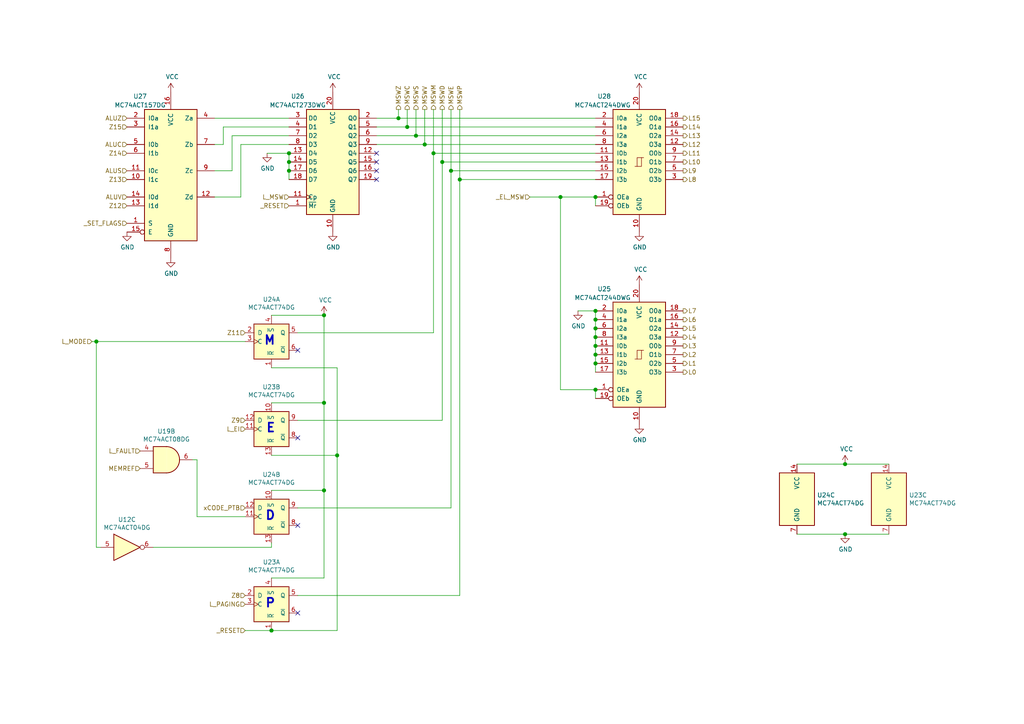
<source format=kicad_sch>
(kicad_sch (version 20200827) (generator eeschema)
  (page 7 7)
  (paper "A4")
  (lib_symbols
    (symbol "74xx:74LS04"
      (property "Reference" "U" (at 0 1.27 0))
      (property "Value" "74LS04" (at 0 -1.27 0))
      (symbol "74LS04_7_1"
        (rectangle (start -5.08 7.62) (end 5.08 -7.62) (stroke (width 0.254)) (fill (type background)))
      )
      (symbol "74LS04_1_0"
        (polyline (pts (xy -3.81 3.81) (xy -3.81 -3.81) (xy 3.81 0) (xy -3.81 3.81)) (stroke (width 0.254)) (fill (type background)))
        (pin input line (at -7.62 0 0) (length 3.81) (name "~") (number "1"))
        (pin output inverted (at 7.62 0 180) (length 3.81) (name "~") (number "2"))
      )
      (symbol "74LS04_2_0"
        (polyline (pts (xy -3.81 3.81) (xy -3.81 -3.81) (xy 3.81 0) (xy -3.81 3.81)) (stroke (width 0.254)) (fill (type background)))
        (pin input line (at -7.62 0 0) (length 3.81) (name "~") (number "3"))
        (pin output inverted (at 7.62 0 180) (length 3.81) (name "~") (number "4"))
      )
      (symbol "74LS04_3_0"
        (polyline (pts (xy -3.81 3.81) (xy -3.81 -3.81) (xy 3.81 0) (xy -3.81 3.81)) (stroke (width 0.254)) (fill (type background)))
        (pin input line (at -7.62 0 0) (length 3.81) (name "~") (number "5"))
        (pin output inverted (at 7.62 0 180) (length 3.81) (name "~") (number "6"))
      )
      (symbol "74LS04_4_0"
        (polyline (pts (xy -3.81 3.81) (xy -3.81 -3.81) (xy 3.81 0) (xy -3.81 3.81)) (stroke (width 0.254)) (fill (type background)))
        (pin output inverted (at 7.62 0 180) (length 3.81) (name "~") (number "8"))
        (pin input line (at -7.62 0 0) (length 3.81) (name "~") (number "9"))
      )
      (symbol "74LS04_5_0"
        (polyline (pts (xy -3.81 3.81) (xy -3.81 -3.81) (xy 3.81 0) (xy -3.81 3.81)) (stroke (width 0.254)) (fill (type background)))
        (pin output inverted (at 7.62 0 180) (length 3.81) (name "~") (number "10"))
        (pin input line (at -7.62 0 0) (length 3.81) (name "~") (number "11"))
      )
      (symbol "74LS04_6_0"
        (polyline (pts (xy -3.81 3.81) (xy -3.81 -3.81) (xy 3.81 0) (xy -3.81 3.81)) (stroke (width 0.254)) (fill (type background)))
        (pin output inverted (at 7.62 0 180) (length 3.81) (name "~") (number "12"))
        (pin input line (at -7.62 0 0) (length 3.81) (name "~") (number "13"))
      )
      (symbol "74LS04_7_0"
        (pin power_in line (at 0 12.7 270) (length 5.08) (name "VCC") (number "14"))
        (pin power_in line (at 0 -12.7 90) (length 5.08) (name "GND") (number "7"))
      )
    )
    (symbol "74xx:74LS08" (pin_names (offset 1.016))
      (property "Reference" "U" (at 0 1.27 0))
      (property "Value" "74LS08" (at 0 -1.27 0))
      (symbol "74LS08_1_1"
        (arc (start 0 -3.81) (end 0 3.81) (radius (at 0 0) (length 3.81) (angles -89.9 89.9)) (stroke (width 0.254)) (fill (type background)))
        (polyline (pts (xy 0 3.81) (xy -3.81 3.81) (xy -3.81 -3.81) (xy 0 -3.81)) (stroke (width 0.254)) (fill (type background)))
        (pin input line (at -7.62 2.54 0) (length 3.81) (name "~") (number "1"))
        (pin input line (at -7.62 -2.54 0) (length 3.81) (name "~") (number "2"))
        (pin output line (at 7.62 0 180) (length 3.81) (name "~") (number "3"))
      )
      (symbol "74LS08_2_1"
        (arc (start 0 -3.81) (end 0 3.81) (radius (at 0 0) (length 3.81) (angles -89.9 89.9)) (stroke (width 0.254)) (fill (type background)))
        (polyline (pts (xy 0 3.81) (xy -3.81 3.81) (xy -3.81 -3.81) (xy 0 -3.81)) (stroke (width 0.254)) (fill (type background)))
        (pin input line (at -7.62 2.54 0) (length 3.81) (name "~") (number "4"))
        (pin input line (at -7.62 -2.54 0) (length 3.81) (name "~") (number "5"))
        (pin output line (at 7.62 0 180) (length 3.81) (name "~") (number "6"))
      )
      (symbol "74LS08_3_1"
        (arc (start 0 -3.81) (end 0 3.81) (radius (at 0 0) (length 3.81) (angles -89.9 89.9)) (stroke (width 0.254)) (fill (type background)))
        (polyline (pts (xy 0 3.81) (xy -3.81 3.81) (xy -3.81 -3.81) (xy 0 -3.81)) (stroke (width 0.254)) (fill (type background)))
        (pin input line (at -7.62 -2.54 0) (length 3.81) (name "~") (number "10"))
        (pin output line (at 7.62 0 180) (length 3.81) (name "~") (number "8"))
        (pin input line (at -7.62 2.54 0) (length 3.81) (name "~") (number "9"))
      )
      (symbol "74LS08_4_1"
        (arc (start 0 -3.81) (end 0 3.81) (radius (at 0 0) (length 3.81) (angles -89.9 89.9)) (stroke (width 0.254)) (fill (type background)))
        (polyline (pts (xy 0 3.81) (xy -3.81 3.81) (xy -3.81 -3.81) (xy 0 -3.81)) (stroke (width 0.254)) (fill (type background)))
        (pin output line (at 7.62 0 180) (length 3.81) (name "~") (number "11"))
        (pin input line (at -7.62 2.54 0) (length 3.81) (name "~") (number "12"))
        (pin input line (at -7.62 -2.54 0) (length 3.81) (name "~") (number "13"))
      )
      (symbol "74LS08_1_2"
        (arc (start -3.81 3.81) (end -3.81 -3.81) (radius (at -9.144 0) (length 6.5532) (angles 35.4 -35.4)) (stroke (width 0.254)))
        (arc (start 3.81 0) (end -0.6096 3.81) (radius (at -1.1938 -1.3208) (length 5.1816) (angles 15 83.7)) (stroke (width 0.254)) (fill (type background)))
        (arc (start 3.81 0) (end -0.6096 -3.81) (radius (at -1.1938 1.3208) (length 5.1816) (angles -15 -83.7)) (stroke (width 0.254)) (fill (type background)))
        (polyline (pts (xy -3.81 -3.81) (xy -0.635 -3.81)) (stroke (width 0.254)) (fill (type background)))
        (polyline (pts (xy -3.81 3.81) (xy -0.635 3.81)) (stroke (width 0.254)) (fill (type background)))
        (polyline (pts (xy -0.635 3.81) (xy -3.81 3.81) (xy -3.81 3.81) (xy -3.556 3.4036) (xy -3.0226 2.2606) (xy -2.6924 1.0414) (xy -2.6162 -0.254) (xy -2.7686 -1.4986) (xy -3.175 -2.7178) (xy -3.81 -3.81) (xy -3.81 -3.81) (xy -0.635 -3.81)) (stroke (width -25.4)) (fill (type background)))
        (pin input inverted (at -7.62 2.54 0) (length 4.318) (name "~") (number "1"))
        (pin input inverted (at -7.62 -2.54 0) (length 4.318) (name "~") (number "2"))
        (pin output inverted (at 7.62 0 180) (length 3.81) (name "~") (number "3"))
      )
      (symbol "74LS08_2_2"
        (arc (start -3.81 3.81) (end -3.81 -3.81) (radius (at -9.144 0) (length 6.5532) (angles 35.4 -35.4)) (stroke (width 0.254)))
        (arc (start 3.81 0) (end -0.6096 3.81) (radius (at -1.1938 -1.3208) (length 5.1816) (angles 15 83.7)) (stroke (width 0.254)) (fill (type background)))
        (arc (start 3.81 0) (end -0.6096 -3.81) (radius (at -1.1938 1.3208) (length 5.1816) (angles -15 -83.7)) (stroke (width 0.254)) (fill (type background)))
        (polyline (pts (xy -3.81 -3.81) (xy -0.635 -3.81)) (stroke (width 0.254)) (fill (type background)))
        (polyline (pts (xy -3.81 3.81) (xy -0.635 3.81)) (stroke (width 0.254)) (fill (type background)))
        (polyline (pts (xy -0.635 3.81) (xy -3.81 3.81) (xy -3.81 3.81) (xy -3.556 3.4036) (xy -3.0226 2.2606) (xy -2.6924 1.0414) (xy -2.6162 -0.254) (xy -2.7686 -1.4986) (xy -3.175 -2.7178) (xy -3.81 -3.81) (xy -3.81 -3.81) (xy -0.635 -3.81)) (stroke (width -25.4)) (fill (type background)))
        (pin input inverted (at -7.62 2.54 0) (length 4.318) (name "~") (number "4"))
        (pin input inverted (at -7.62 -2.54 0) (length 4.318) (name "~") (number "5"))
        (pin output inverted (at 7.62 0 180) (length 3.81) (name "~") (number "6"))
      )
      (symbol "74LS08_3_2"
        (arc (start -3.81 3.81) (end -3.81 -3.81) (radius (at -9.144 0) (length 6.5532) (angles 35.4 -35.4)) (stroke (width 0.254)))
        (arc (start 3.81 0) (end -0.6096 3.81) (radius (at -1.1938 -1.3208) (length 5.1816) (angles 15 83.7)) (stroke (width 0.254)) (fill (type background)))
        (arc (start 3.81 0) (end -0.6096 -3.81) (radius (at -1.1938 1.3208) (length 5.1816) (angles -15 -83.7)) (stroke (width 0.254)) (fill (type background)))
        (polyline (pts (xy -3.81 -3.81) (xy -0.635 -3.81)) (stroke (width 0.254)) (fill (type background)))
        (polyline (pts (xy -3.81 3.81) (xy -0.635 3.81)) (stroke (width 0.254)) (fill (type background)))
        (polyline (pts (xy -0.635 3.81) (xy -3.81 3.81) (xy -3.81 3.81) (xy -3.556 3.4036) (xy -3.0226 2.2606) (xy -2.6924 1.0414) (xy -2.6162 -0.254) (xy -2.7686 -1.4986) (xy -3.175 -2.7178) (xy -3.81 -3.81) (xy -3.81 -3.81) (xy -0.635 -3.81)) (stroke (width -25.4)) (fill (type background)))
        (pin input inverted (at -7.62 -2.54 0) (length 4.318) (name "~") (number "10"))
        (pin output inverted (at 7.62 0 180) (length 3.81) (name "~") (number "8"))
        (pin input inverted (at -7.62 2.54 0) (length 4.318) (name "~") (number "9"))
      )
      (symbol "74LS08_4_2"
        (arc (start -3.81 3.81) (end -3.81 -3.81) (radius (at -9.144 0) (length 6.5532) (angles 35.4 -35.4)) (stroke (width 0.254)))
        (arc (start 3.81 0) (end -0.6096 3.81) (radius (at -1.1938 -1.3208) (length 5.1816) (angles 15 83.7)) (stroke (width 0.254)) (fill (type background)))
        (arc (start 3.81 0) (end -0.6096 -3.81) (radius (at -1.1938 1.3208) (length 5.1816) (angles -15 -83.7)) (stroke (width 0.254)) (fill (type background)))
        (polyline (pts (xy -3.81 -3.81) (xy -0.635 -3.81)) (stroke (width 0.254)) (fill (type background)))
        (polyline (pts (xy -3.81 3.81) (xy -0.635 3.81)) (stroke (width 0.254)) (fill (type background)))
        (polyline (pts (xy -0.635 3.81) (xy -3.81 3.81) (xy -3.81 3.81) (xy -3.556 3.4036) (xy -3.0226 2.2606) (xy -2.6924 1.0414) (xy -2.6162 -0.254) (xy -2.7686 -1.4986) (xy -3.175 -2.7178) (xy -3.81 -3.81) (xy -3.81 -3.81) (xy -0.635 -3.81)) (stroke (width -25.4)) (fill (type background)))
        (pin output inverted (at 7.62 0 180) (length 3.81) (name "~") (number "11"))
        (pin input inverted (at -7.62 2.54 0) (length 4.318) (name "~") (number "12"))
        (pin input inverted (at -7.62 -2.54 0) (length 4.318) (name "~") (number "13"))
      )
      (symbol "74LS08_5_1"
        (rectangle (start -5.08 7.62) (end 5.08 -7.62) (stroke (width 0.254)) (fill (type background)))
      )
      (symbol "74LS08_5_0"
        (pin power_in line (at 0 12.7 270) (length 5.08) (name "VCC") (number "14"))
        (pin power_in line (at 0 -12.7 90) (length 5.08) (name "GND") (number "7"))
      )
    )
    (symbol "74xx:74LS157" (pin_names (offset 1.016))
      (property "Reference" "U" (at -7.62 19.05 0))
      (property "Value" "74LS157" (at -7.62 -21.59 0))
      (symbol "74LS157_1_1"
        (rectangle (start -7.62 17.78) (end 7.62 -20.32) (stroke (width 0.254)) (fill (type background)))
      )
      (symbol "74LS157_1_0"
        (pin input line (at -12.7 -15.24 0) (length 5.08) (name "S") (number "1"))
        (pin input line (at -12.7 -2.54 0) (length 5.08) (name "I1c") (number "10"))
        (pin input line (at -12.7 0 0) (length 5.08) (name "I0c") (number "11"))
        (pin output line (at 12.7 -7.62 180) (length 5.08) (name "Zd") (number "12"))
        (pin input line (at -12.7 -10.16 0) (length 5.08) (name "I1d") (number "13"))
        (pin input line (at -12.7 -7.62 0) (length 5.08) (name "I0d") (number "14"))
        (pin input inverted (at -12.7 -17.78 0) (length 5.08) (name "E") (number "15"))
        (pin power_in line (at 0 22.86 270) (length 5.08) (name "VCC") (number "16"))
        (pin input line (at -12.7 15.24 0) (length 5.08) (name "I0a") (number "2"))
        (pin input line (at -12.7 12.7 0) (length 5.08) (name "I1a") (number "3"))
        (pin output line (at 12.7 15.24 180) (length 5.08) (name "Za") (number "4"))
        (pin input line (at -12.7 7.62 0) (length 5.08) (name "I0b") (number "5"))
        (pin input line (at -12.7 5.08 0) (length 5.08) (name "I1b") (number "6"))
        (pin output line (at 12.7 7.62 180) (length 5.08) (name "Zb") (number "7"))
        (pin power_in line (at 0 -25.4 90) (length 5.08) (name "GND") (number "8"))
        (pin output line (at 12.7 0 180) (length 5.08) (name "Zc") (number "9"))
      )
    )
    (symbol "74xx:74LS244" (pin_names (offset 1.016))
      (property "Reference" "U" (at -7.62 16.51 0))
      (property "Value" "74LS244" (at -7.62 -16.51 0))
      (symbol "74LS244_1_1"
        (rectangle (start -7.62 15.24) (end 7.62 -15.24) (stroke (width 0.254)) (fill (type background)))
      )
      (symbol "74LS244_1_0"
        (polyline (pts (xy -0.635 -1.27) (xy -0.635 1.27) (xy 0.635 1.27)))
        (polyline (pts (xy -1.27 -1.27) (xy 0.635 -1.27) (xy 0.635 1.27) (xy 1.27 1.27)))
        (pin input inverted (at -12.7 -10.16 0) (length 5.08) (name "OEa") (number "1"))
        (pin power_in line (at 0 -20.32 90) (length 5.08) (name "GND") (number "10"))
        (pin input line (at -12.7 2.54 0) (length 5.08) (name "I0b") (number "11"))
        (pin tri_state line (at 12.7 5.08 180) (length 5.08) (name "O3a") (number "12"))
        (pin input line (at -12.7 0 0) (length 5.08) (name "I1b") (number "13"))
        (pin tri_state line (at 12.7 7.62 180) (length 5.08) (name "O2a") (number "14"))
        (pin input line (at -12.7 -2.54 0) (length 5.08) (name "I2b") (number "15"))
        (pin tri_state line (at 12.7 10.16 180) (length 5.08) (name "O1a") (number "16"))
        (pin input line (at -12.7 -5.08 0) (length 5.08) (name "I3b") (number "17"))
        (pin tri_state line (at 12.7 12.7 180) (length 5.08) (name "O0a") (number "18"))
        (pin input inverted (at -12.7 -12.7 0) (length 5.08) (name "OEb") (number "19"))
        (pin input line (at -12.7 12.7 0) (length 5.08) (name "I0a") (number "2"))
        (pin power_in line (at 0 20.32 270) (length 5.08) (name "VCC") (number "20"))
        (pin tri_state line (at 12.7 -5.08 180) (length 5.08) (name "O3b") (number "3"))
        (pin input line (at -12.7 10.16 0) (length 5.08) (name "I1a") (number "4"))
        (pin tri_state line (at 12.7 -2.54 180) (length 5.08) (name "O2b") (number "5"))
        (pin input line (at -12.7 7.62 0) (length 5.08) (name "I2a") (number "6"))
        (pin tri_state line (at 12.7 0 180) (length 5.08) (name "O1b") (number "7"))
        (pin input line (at -12.7 5.08 0) (length 5.08) (name "I3a") (number "8"))
        (pin tri_state line (at 12.7 2.54 180) (length 5.08) (name "O0b") (number "9"))
      )
    )
    (symbol "74xx:74LS273"
      (property "Reference" "U" (at -7.62 16.51 0))
      (property "Value" "74LS273" (at -7.62 -16.51 0))
      (symbol "74LS273_1_1"
        (rectangle (start -7.62 15.24) (end 7.62 -15.24) (stroke (width 0.254)) (fill (type background)))
      )
      (symbol "74LS273_1_0"
        (pin input line (at -12.7 -12.7 0) (length 5.08) (name "~Mr") (number "1"))
        (pin power_in line (at 0 -20.32 90) (length 5.08) (name "GND") (number "10"))
        (pin input clock (at -12.7 -10.16 0) (length 5.08) (name "Cp") (number "11"))
        (pin output line (at 12.7 2.54 180) (length 5.08) (name "Q4") (number "12"))
        (pin input line (at -12.7 2.54 0) (length 5.08) (name "D4") (number "13"))
        (pin input line (at -12.7 0 0) (length 5.08) (name "D5") (number "14"))
        (pin output line (at 12.7 0 180) (length 5.08) (name "Q5") (number "15"))
        (pin output line (at 12.7 -2.54 180) (length 5.08) (name "Q6") (number "16"))
        (pin input line (at -12.7 -2.54 0) (length 5.08) (name "D6") (number "17"))
        (pin input line (at -12.7 -5.08 0) (length 5.08) (name "D7") (number "18"))
        (pin output line (at 12.7 -5.08 180) (length 5.08) (name "Q7") (number "19"))
        (pin output line (at 12.7 12.7 180) (length 5.08) (name "Q0") (number "2"))
        (pin power_in line (at 0 20.32 270) (length 5.08) (name "VCC") (number "20"))
        (pin input line (at -12.7 12.7 0) (length 5.08) (name "D0") (number "3"))
        (pin input line (at -12.7 10.16 0) (length 5.08) (name "D1") (number "4"))
        (pin output line (at 12.7 10.16 180) (length 5.08) (name "Q1") (number "5"))
        (pin output line (at 12.7 7.62 180) (length 5.08) (name "Q2") (number "6"))
        (pin input line (at -12.7 7.62 0) (length 5.08) (name "D2") (number "7"))
        (pin input line (at -12.7 5.08 0) (length 5.08) (name "D3") (number "8"))
        (pin output line (at 12.7 5.08 180) (length 5.08) (name "Q3") (number "9"))
      )
    )
    (symbol "74xx:74LS74" (pin_names (offset 1.016))
      (property "Reference" "U" (at -7.62 8.89 0))
      (property "Value" "74LS74" (at -7.62 -8.89 0))
      (symbol "74LS74_1_1"
        (rectangle (start -5.08 5.08) (end 5.08 -5.08) (stroke (width 0.254)) (fill (type background)))
      )
      (symbol "74LS74_2_1"
        (rectangle (start -5.08 5.08) (end 5.08 -5.08) (stroke (width 0.254)) (fill (type background)))
      )
      (symbol "74LS74_3_1"
        (rectangle (start -5.08 7.62) (end 5.08 -7.62) (stroke (width 0.254)) (fill (type background)))
      )
      (symbol "74LS74_1_0"
        (pin input line (at 0 -7.62 90) (length 2.54) (name "~R") (number "1"))
        (pin input line (at -7.62 2.54 0) (length 2.54) (name "D") (number "2"))
        (pin input clock (at -7.62 0 0) (length 2.54) (name "C") (number "3"))
        (pin input line (at 0 7.62 270) (length 2.54) (name "~S") (number "4"))
        (pin output line (at 7.62 2.54 180) (length 2.54) (name "Q") (number "5"))
        (pin output line (at 7.62 -2.54 180) (length 2.54) (name "~Q") (number "6"))
      )
      (symbol "74LS74_2_0"
        (pin input line (at 0 7.62 270) (length 2.54) (name "~S") (number "10"))
        (pin input clock (at -7.62 0 0) (length 2.54) (name "C") (number "11"))
        (pin input line (at -7.62 2.54 0) (length 2.54) (name "D") (number "12"))
        (pin input line (at 0 -7.62 90) (length 2.54) (name "~R") (number "13"))
        (pin output line (at 7.62 -2.54 180) (length 2.54) (name "~Q") (number "8"))
        (pin output line (at 7.62 2.54 180) (length 2.54) (name "Q") (number "9"))
      )
      (symbol "74LS74_3_0"
        (pin power_in line (at 0 10.16 270) (length 2.54) (name "VCC") (number "14"))
        (pin power_in line (at 0 -10.16 90) (length 2.54) (name "GND") (number "7"))
      )
    )
    (symbol "power:GND" (power) (pin_names (offset 0))
      (property "Value" "GND" (at 0 -3.81 0))
      (symbol "GND_0_1"
        (polyline (pts (xy 0 0) (xy 0 -1.27) (xy 1.27 -1.27) (xy 0 -2.54) (xy -1.27 -1.27) (xy 0 -1.27)))
      )
      (symbol "GND_1_1"
        (pin power_in line (at 0 0 270) (length 0) hide (name "GND") (number "1"))
      )
    )
    (symbol "power:VCC" (power) (pin_names (offset 0))
      (property "Value" "VCC" (at 0 3.81 0))
      (symbol "VCC_0_1"
        (polyline (pts (xy -0.762 1.27) (xy 0 2.54)))
        (polyline (pts (xy 0 0) (xy 0 2.54)))
        (polyline (pts (xy 0 2.54) (xy 0.762 1.27)))
      )
      (symbol "VCC_1_1"
        (pin power_in line (at 0 0 90) (length 0) hide (name "VCC") (number "1"))
      )
    )
  )
  (junction (at 27.94 99.06) (diameter 1.016))
  (junction (at 78.74 182.88) (diameter 1.016))
  (junction (at 83.82 44.45) (diameter 1.016))
  (junction (at 83.82 46.99) (diameter 1.016))
  (junction (at 83.82 49.53) (diameter 1.016))
  (junction (at 93.98 91.44) (diameter 1.016))
  (junction (at 93.98 116.84) (diameter 1.016))
  (junction (at 93.98 142.24) (diameter 1.016))
  (junction (at 97.79 132.08) (diameter 1.016))
  (junction (at 115.57 34.29) (diameter 1.016))
  (junction (at 118.11 36.83) (diameter 1.016))
  (junction (at 120.65 39.37) (diameter 1.016))
  (junction (at 123.19 41.91) (diameter 1.016))
  (junction (at 125.73 44.45) (diameter 1.016))
  (junction (at 128.27 46.99) (diameter 1.016))
  (junction (at 130.81 49.53) (diameter 1.016))
  (junction (at 133.35 52.07) (diameter 1.016))
  (junction (at 162.56 57.15) (diameter 1.016))
  (junction (at 172.72 57.15) (diameter 1.016))
  (junction (at 172.72 90.17) (diameter 1.016))
  (junction (at 172.72 92.71) (diameter 1.016))
  (junction (at 172.72 95.25) (diameter 1.016))
  (junction (at 172.72 97.79) (diameter 1.016))
  (junction (at 172.72 100.33) (diameter 1.016))
  (junction (at 172.72 102.87) (diameter 1.016))
  (junction (at 172.72 105.41) (diameter 1.016))
  (junction (at 172.72 113.03) (diameter 1.016))
  (junction (at 245.11 134.62) (diameter 1.016))
  (junction (at 245.11 154.94) (diameter 1.016))
  (no_connect (at 86.36 127))
  (no_connect (at 109.22 44.45))
  (no_connect (at 109.22 52.07))
  (no_connect (at 109.22 49.53))
  (no_connect (at 86.36 101.6))
  (no_connect (at 86.36 177.8))
  (no_connect (at 109.22 46.99))
  (no_connect (at 86.36 152.4))
  (wire (pts (xy 27.94 99.06) (xy 26.67 99.06)))
  (wire (pts (xy 27.94 99.06) (xy 71.12 99.06)))
  (wire (pts (xy 27.94 158.75) (xy 27.94 99.06)))
  (wire (pts (xy 29.21 158.75) (xy 27.94 158.75)))
  (wire (pts (xy 44.45 158.75) (xy 78.74 158.75)))
  (wire (pts (xy 55.88 133.35) (xy 57.15 133.35)))
  (wire (pts (xy 57.15 133.35) (xy 57.15 149.86)))
  (wire (pts (xy 57.15 149.86) (xy 71.12 149.86)))
  (wire (pts (xy 62.23 34.29) (xy 83.82 34.29)))
  (wire (pts (xy 62.23 41.91) (xy 64.77 41.91)))
  (wire (pts (xy 62.23 49.53) (xy 67.31 49.53)))
  (wire (pts (xy 62.23 57.15) (xy 69.85 57.15)))
  (wire (pts (xy 64.77 36.83) (xy 83.82 36.83)))
  (wire (pts (xy 64.77 41.91) (xy 64.77 36.83)))
  (wire (pts (xy 67.31 39.37) (xy 83.82 39.37)))
  (wire (pts (xy 67.31 49.53) (xy 67.31 39.37)))
  (wire (pts (xy 69.85 41.91) (xy 69.85 57.15)))
  (wire (pts (xy 69.85 41.91) (xy 83.82 41.91)))
  (wire (pts (xy 78.74 91.44) (xy 93.98 91.44)))
  (wire (pts (xy 78.74 106.68) (xy 97.79 106.68)))
  (wire (pts (xy 78.74 158.75) (xy 78.74 157.48)))
  (wire (pts (xy 78.74 182.88) (xy 71.12 182.88)))
  (wire (pts (xy 83.82 44.45) (xy 77.47 44.45)))
  (wire (pts (xy 83.82 44.45) (xy 83.82 46.99)))
  (wire (pts (xy 83.82 46.99) (xy 83.82 49.53)))
  (wire (pts (xy 83.82 49.53) (xy 83.82 52.07)))
  (wire (pts (xy 86.36 96.52) (xy 125.73 96.52)))
  (wire (pts (xy 86.36 121.92) (xy 128.27 121.92)))
  (wire (pts (xy 86.36 147.32) (xy 130.81 147.32)))
  (wire (pts (xy 86.36 172.72) (xy 133.35 172.72)))
  (wire (pts (xy 93.98 91.44) (xy 93.98 116.84)))
  (wire (pts (xy 93.98 116.84) (xy 78.74 116.84)))
  (wire (pts (xy 93.98 116.84) (xy 93.98 142.24)))
  (wire (pts (xy 93.98 142.24) (xy 78.74 142.24)))
  (wire (pts (xy 93.98 142.24) (xy 93.98 167.64)))
  (wire (pts (xy 93.98 167.64) (xy 78.74 167.64)))
  (wire (pts (xy 97.79 106.68) (xy 97.79 132.08)))
  (wire (pts (xy 97.79 132.08) (xy 78.74 132.08)))
  (wire (pts (xy 97.79 132.08) (xy 97.79 182.88)))
  (wire (pts (xy 97.79 182.88) (xy 78.74 182.88)))
  (wire (pts (xy 109.22 34.29) (xy 115.57 34.29)))
  (wire (pts (xy 109.22 36.83) (xy 118.11 36.83)))
  (wire (pts (xy 109.22 39.37) (xy 120.65 39.37)))
  (wire (pts (xy 109.22 41.91) (xy 123.19 41.91)))
  (wire (pts (xy 115.57 34.29) (xy 115.57 31.75)))
  (wire (pts (xy 115.57 34.29) (xy 172.72 34.29)))
  (wire (pts (xy 118.11 36.83) (xy 118.11 31.75)))
  (wire (pts (xy 118.11 36.83) (xy 172.72 36.83)))
  (wire (pts (xy 120.65 39.37) (xy 120.65 31.75)))
  (wire (pts (xy 120.65 39.37) (xy 172.72 39.37)))
  (wire (pts (xy 123.19 41.91) (xy 123.19 31.75)))
  (wire (pts (xy 123.19 41.91) (xy 172.72 41.91)))
  (wire (pts (xy 125.73 44.45) (xy 125.73 31.75)))
  (wire (pts (xy 125.73 44.45) (xy 172.72 44.45)))
  (wire (pts (xy 125.73 96.52) (xy 125.73 44.45)))
  (wire (pts (xy 128.27 46.99) (xy 128.27 31.75)))
  (wire (pts (xy 128.27 46.99) (xy 172.72 46.99)))
  (wire (pts (xy 128.27 121.92) (xy 128.27 46.99)))
  (wire (pts (xy 130.81 49.53) (xy 130.81 31.75)))
  (wire (pts (xy 130.81 49.53) (xy 172.72 49.53)))
  (wire (pts (xy 130.81 147.32) (xy 130.81 49.53)))
  (wire (pts (xy 133.35 52.07) (xy 133.35 31.75)))
  (wire (pts (xy 133.35 52.07) (xy 172.72 52.07)))
  (wire (pts (xy 133.35 172.72) (xy 133.35 52.07)))
  (wire (pts (xy 162.56 57.15) (xy 153.67 57.15)))
  (wire (pts (xy 162.56 113.03) (xy 162.56 57.15)))
  (wire (pts (xy 172.72 57.15) (xy 162.56 57.15)))
  (wire (pts (xy 172.72 57.15) (xy 172.72 59.69)))
  (wire (pts (xy 172.72 90.17) (xy 167.64 90.17)))
  (wire (pts (xy 172.72 90.17) (xy 172.72 92.71)))
  (wire (pts (xy 172.72 92.71) (xy 172.72 95.25)))
  (wire (pts (xy 172.72 95.25) (xy 172.72 97.79)))
  (wire (pts (xy 172.72 97.79) (xy 172.72 100.33)))
  (wire (pts (xy 172.72 100.33) (xy 172.72 102.87)))
  (wire (pts (xy 172.72 102.87) (xy 172.72 105.41)))
  (wire (pts (xy 172.72 105.41) (xy 172.72 107.95)))
  (wire (pts (xy 172.72 113.03) (xy 162.56 113.03)))
  (wire (pts (xy 172.72 113.03) (xy 172.72 115.57)))
  (wire (pts (xy 231.14 134.62) (xy 245.11 134.62)))
  (wire (pts (xy 231.14 154.94) (xy 245.11 154.94)))
  (wire (pts (xy 245.11 134.62) (xy 257.81 134.62)))
  (wire (pts (xy 245.11 154.94) (xy 257.81 154.94)))
  (text "M" (at 80.01 100.33 180) (effects (font (size 2.54 2.54) (thickness 0.508) bold) (justify right bottom)))
  (text "E" (at 80.01 125.73 180) (effects (font (size 2.54 2.54) (thickness 0.508) bold) (justify right bottom)))
  (text "D" (at 80.01 151.13 180) (effects (font (size 2.54 2.54) (thickness 0.508) bold) (justify right bottom)))
  (text "P" (at 80.01 176.53 180) (effects (font (size 2.54 2.54) (thickness 0.508) bold) (justify right bottom)))
  (hierarchical_label "L_MODE" (shape input) (at 26.67 99.06 180))
  (hierarchical_label "ALUZ" (shape input) (at 36.83 34.29 180))
  (hierarchical_label "Z15" (shape input) (at 36.83 36.83 180))
  (hierarchical_label "ALUC" (shape input) (at 36.83 41.91 180))
  (hierarchical_label "Z14" (shape input) (at 36.83 44.45 180))
  (hierarchical_label "ALUS" (shape input) (at 36.83 49.53 180))
  (hierarchical_label "Z13" (shape input) (at 36.83 52.07 180))
  (hierarchical_label "ALUV" (shape input) (at 36.83 57.15 180))
  (hierarchical_label "Z12" (shape input) (at 36.83 59.69 180))
  (hierarchical_label "_SET_FLAGS" (shape input) (at 36.83 64.77 180))
  (hierarchical_label "L_FAULT" (shape input) (at 40.64 130.81 180))
  (hierarchical_label "MEMREF" (shape input) (at 40.64 135.89 180))
  (hierarchical_label "Z11" (shape input) (at 71.12 96.52 180))
  (hierarchical_label "Z9" (shape input) (at 71.12 121.92 180))
  (hierarchical_label "L_EI" (shape input) (at 71.12 124.46 180))
  (hierarchical_label "xCODE_PTB" (shape input) (at 71.12 147.32 180))
  (hierarchical_label "Z8" (shape input) (at 71.12 172.72 180))
  (hierarchical_label "L_PAGING" (shape input) (at 71.12 175.26 180))
  (hierarchical_label "_RESET" (shape input) (at 71.12 182.88 180))
  (hierarchical_label "L_MSW" (shape input) (at 83.82 57.15 180))
  (hierarchical_label "_RESET" (shape input) (at 83.82 59.69 180))
  (hierarchical_label "MSWZ" (shape output) (at 115.57 31.75 90))
  (hierarchical_label "MSWC" (shape output) (at 118.11 31.75 90))
  (hierarchical_label "MSWS" (shape output) (at 120.65 31.75 90))
  (hierarchical_label "MSWV" (shape output) (at 123.19 31.75 90))
  (hierarchical_label "MSWM" (shape output) (at 125.73 31.75 90))
  (hierarchical_label "MSWD" (shape output) (at 128.27 31.75 90))
  (hierarchical_label "MSWE" (shape output) (at 130.81 31.75 90))
  (hierarchical_label "MSWP" (shape output) (at 133.35 31.75 90))
  (hierarchical_label "_EL_MSW" (shape input) (at 153.67 57.15 180))
  (hierarchical_label "L15" (shape output) (at 198.12 34.29 0))
  (hierarchical_label "L14" (shape output) (at 198.12 36.83 0))
  (hierarchical_label "L13" (shape output) (at 198.12 39.37 0))
  (hierarchical_label "L12" (shape output) (at 198.12 41.91 0))
  (hierarchical_label "L11" (shape output) (at 198.12 44.45 0))
  (hierarchical_label "L10" (shape output) (at 198.12 46.99 0))
  (hierarchical_label "L9" (shape output) (at 198.12 49.53 0))
  (hierarchical_label "L8" (shape output) (at 198.12 52.07 0))
  (hierarchical_label "L7" (shape output) (at 198.12 90.17 0))
  (hierarchical_label "L6" (shape output) (at 198.12 92.71 0))
  (hierarchical_label "L5" (shape output) (at 198.12 95.25 0))
  (hierarchical_label "L4" (shape output) (at 198.12 97.79 0))
  (hierarchical_label "L3" (shape output) (at 198.12 100.33 0))
  (hierarchical_label "L2" (shape output) (at 198.12 102.87 0))
  (hierarchical_label "L1" (shape output) (at 198.12 105.41 0))
  (hierarchical_label "L0" (shape output) (at 198.12 107.95 0))
  (symbol (lib_id "power:VCC") (at 49.53 26.67 0) (unit 1)
    (property "Reference" "#PWR0245" (effects hide))
    (property "Value" "VCC" (at 49.9618 22.2758 0))
  )
  (symbol (lib_id "power:VCC") (at 93.98 91.44 0) (unit 1)
    (property "Reference" "#PWR0253" (effects hide))
    (property "Value" "VCC" (at 94.4118 87.0458 0))
  )
  (symbol (lib_id "power:VCC") (at 96.52 26.67 0) (unit 1)
    (property "Reference" "#PWR0248" (effects hide))
    (property "Value" "VCC" (at 96.9518 22.2758 0))
  )
  (symbol (lib_id "power:VCC") (at 185.42 26.67 0) (unit 1)
    (property "Reference" "#PWR0254" (effects hide))
    (property "Value" "VCC" (at 185.8518 22.2758 0))
  )
  (symbol (lib_id "power:VCC") (at 185.42 82.55 0) (unit 1)
    (property "Reference" "#PWR0256" (effects hide))
    (property "Value" "VCC" (at 185.8518 78.1558 0))
  )
  (symbol (lib_id "power:VCC") (at 245.11 134.62 0) (unit 1)
    (property "Reference" "#PWR0252" (effects hide))
    (property "Value" "VCC" (at 245.5418 130.2258 0))
  )
  (symbol (lib_id "power:GND") (at 36.83 67.31 0) (unit 1)
    (property "Reference" "#PWR0247" (effects hide))
    (property "Value" "GND" (at 36.957 71.7042 0))
  )
  (symbol (lib_id "power:GND") (at 49.53 74.93 0) (unit 1)
    (property "Reference" "#PWR0246" (effects hide))
    (property "Value" "GND" (at 49.657 79.3242 0))
  )
  (symbol (lib_id "power:GND") (at 77.47 44.45 0) (unit 1)
    (property "Reference" "#PWR0250" (effects hide))
    (property "Value" "GND" (at 77.597 48.8442 0))
  )
  (symbol (lib_id "power:GND") (at 96.52 67.31 0) (unit 1)
    (property "Reference" "#PWR0249" (effects hide))
    (property "Value" "GND" (at 96.647 71.7042 0))
  )
  (symbol (lib_id "power:GND") (at 167.64 90.17 0) (unit 1)
    (property "Reference" "#PWR0258" (effects hide))
    (property "Value" "GND" (at 167.767 94.5642 0))
  )
  (symbol (lib_id "power:GND") (at 185.42 67.31 0) (unit 1)
    (property "Reference" "#PWR0255" (effects hide))
    (property "Value" "GND" (at 185.547 71.7042 0))
  )
  (symbol (lib_id "power:GND") (at 185.42 123.19 0) (unit 1)
    (property "Reference" "#PWR0257" (effects hide))
    (property "Value" "GND" (at 185.547 127.5842 0))
  )
  (symbol (lib_id "power:GND") (at 245.11 154.94 0) (unit 1)
    (property "Reference" "#PWR0251" (effects hide))
    (property "Value" "GND" (at 245.237 159.3342 0))
  )
  (symbol (lib_id "74xx:74LS04") (at 36.83 158.75 0) (unit 3)
    (property "Reference" "U12" (at 36.83 150.6982 0))
    (property "Value" "MC74ACT04DG" (at 36.83 153.0096 0))
    (property "Footprint" "Package_SO:SOIC-14_3.9x8.7mm_P1.27mm" (effects hide))
    (property "Datasheet" "http://www.ti.com/lit/gpn/sn74LS04" (effects hide))
  )
  (symbol (lib_id "74xx:74LS08") (at 48.26 133.35 0) (unit 2)
    (property "Reference" "U19" (at 48.26 125.095 0))
    (property "Value" "MC74ACT08DG" (at 48.26 127.4064 0))
    (property "Footprint" "Package_SO:SOIC-14_3.9x8.7mm_P1.27mm" (effects hide))
    (property "Datasheet" "http://www.ti.com/lit/gpn/sn74LS08" (effects hide))
  )
  (symbol (lib_id "74xx:74LS74") (at 231.14 144.78 0) (unit 3)
    (property "Reference" "U24" (at 236.982 143.6116 0) (effects (justify left)))
    (property "Value" "MC74ACT74DG" (at 236.982 145.923 0) (effects (justify left)))
    (property "Footprint" "Package_SO:SOIC-14_3.9x8.7mm_P1.27mm" (effects hide))
    (property "Datasheet" "74xx/74hc_hct74.pdf" (effects hide))
  )
  (symbol (lib_id "74xx:74LS74") (at 257.81 144.78 0) (unit 3)
    (property "Reference" "U23" (at 263.652 143.6116 0) (effects (justify left)))
    (property "Value" "MC74ACT74DG" (at 263.652 145.923 0) (effects (justify left)))
    (property "Footprint" "Package_SO:SOIC-14_3.9x8.7mm_P1.27mm" (effects hide))
    (property "Datasheet" "74xx/74hc_hct74.pdf" (effects hide))
  )
  (symbol (lib_id "74xx:74LS74") (at 78.74 99.06 0) (unit 1)
    (property "Reference" "U24" (at 78.74 86.8426 0))
    (property "Value" "MC74ACT74DG" (at 78.74 89.154 0))
    (property "Footprint" "Package_SO:SOIC-14_3.9x8.7mm_P1.27mm" (effects hide))
    (property "Datasheet" "74xx/74hc_hct74.pdf" (effects hide))
  )
  (symbol (lib_id "74xx:74LS74") (at 78.74 124.46 0) (unit 2)
    (property "Reference" "U23" (at 78.74 112.2426 0))
    (property "Value" "MC74ACT74DG" (at 78.74 114.554 0))
    (property "Footprint" "Package_SO:SOIC-14_3.9x8.7mm_P1.27mm" (effects hide))
    (property "Datasheet" "74xx/74hc_hct74.pdf" (effects hide))
  )
  (symbol (lib_id "74xx:74LS74") (at 78.74 149.86 0) (unit 2)
    (property "Reference" "U24" (at 78.74 137.6426 0))
    (property "Value" "MC74ACT74DG" (at 78.74 139.954 0))
    (property "Footprint" "Package_SO:SOIC-14_3.9x8.7mm_P1.27mm" (effects hide))
    (property "Datasheet" "74xx/74hc_hct74.pdf" (effects hide))
  )
  (symbol (lib_id "74xx:74LS74") (at 78.74 175.26 0) (unit 1)
    (property "Reference" "U23" (at 78.74 163.0426 0))
    (property "Value" "MC74ACT74DG" (at 78.74 165.354 0))
    (property "Footprint" "Package_SO:SOIC-14_3.9x8.7mm_P1.27mm" (effects hide))
    (property "Datasheet" "74xx/74hc_hct74.pdf" (effects hide))
  )
  (symbol (lib_id "74xx:74LS273") (at 96.52 46.99 0) (unit 1)
    (property "Reference" "U26" (at 86.36 27.94 0))
    (property "Value" "MC74ACT273DWG" (at 86.36 30.48 0))
    (property "Footprint" "Package_SO:SOIC-20W_7.5x12.8mm_P1.27mm" (effects hide))
    (property "Datasheet" "http://www.ti.com/lit/gpn/sn74LS273" (effects hide))
  )
  (symbol (lib_id "74xx:74LS244") (at 185.42 46.99 0) (unit 1)
    (property "Reference" "U28" (at 175.26 27.94 0))
    (property "Value" "MC74ACT244DWG " (at 175.26 30.48 0))
    (property "Footprint" "Package_SO:SOIC-20W_7.5x12.8mm_P1.27mm" (effects hide))
    (property "Datasheet" "http://www.ti.com/lit/gpn/sn74LS244" (effects hide))
  )
  (symbol (lib_id "74xx:74LS244") (at 185.42 102.87 0) (unit 1)
    (property "Reference" "U25" (at 175.26 83.82 0))
    (property "Value" "MC74ACT244DWG " (at 175.26 86.36 0))
    (property "Footprint" "Package_SO:SOIC-20W_7.5x12.8mm_P1.27mm" (effects hide))
    (property "Datasheet" "http://www.ti.com/lit/gpn/sn74LS244" (effects hide))
  )
  (symbol (lib_id "74xx:74LS157") (at 49.53 49.53 0) (unit 1)
    (property "Reference" "U27" (at 40.64 27.94 0))
    (property "Value" "MC74ACT157DG" (at 40.64 30.48 0))
    (property "Footprint" "Package_SO:SOIC-16_3.9x9.9mm_P1.27mm" (effects hide))
    (property "Datasheet" "http://www.ti.com/lit/gpn/sn74LS157" (effects hide))
  )
)
</source>
